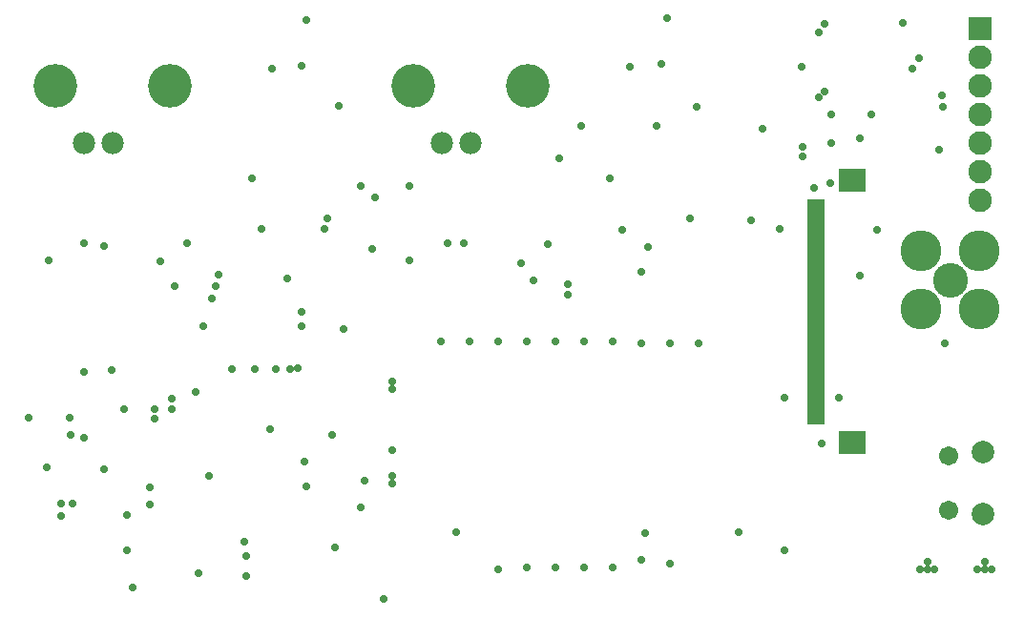
<source format=gbr>
G04 EAGLE Gerber RS-274X export*
G75*
%MOMM*%
%FSLAX34Y34*%
%LPD*%
%INSoldermask Bottom*%
%IPPOS*%
%AMOC8*
5,1,8,0,0,1.08239X$1,22.5*%
G01*
G04 Define Apertures*
%ADD10C,1.985200*%
%ADD11C,3.860800*%
%ADD12R,1.503200X0.503200*%
%ADD13R,2.403200X2.003200*%
%ADD14C,2.003200*%
%ADD15C,1.703200*%
%ADD16R,2.093200X2.093200*%
%ADD17C,2.093200*%
%ADD18C,3.083200*%
%ADD19C,3.623200*%
%ADD20C,0.705600*%
D10*
X88900Y876300D03*
X63500Y876300D03*
D11*
X139700Y927100D03*
X38100Y927100D03*
D10*
X406400Y876300D03*
X381000Y876300D03*
D11*
X457200Y927100D03*
X355600Y927100D03*
D12*
X712410Y823940D03*
X712410Y818940D03*
X712410Y813940D03*
X712410Y808940D03*
X712410Y803940D03*
X712410Y798940D03*
X712410Y793940D03*
X712410Y788940D03*
X712410Y783940D03*
X712410Y778940D03*
X712410Y773940D03*
X712410Y768940D03*
X712410Y763940D03*
X712410Y758940D03*
X712410Y753940D03*
X712410Y748940D03*
X712410Y743940D03*
X712410Y738940D03*
X712410Y733940D03*
X712410Y728940D03*
X712410Y723940D03*
X712410Y718940D03*
X712410Y713940D03*
X712410Y708940D03*
X712410Y703940D03*
X712410Y698940D03*
X712410Y693940D03*
X712410Y688940D03*
X712410Y683940D03*
X712410Y678940D03*
X712410Y673940D03*
X712410Y668940D03*
X712410Y663940D03*
X712410Y658940D03*
X712410Y653940D03*
X712410Y648940D03*
X712410Y643940D03*
X712410Y638940D03*
X712410Y633940D03*
X712410Y628940D03*
D13*
X744910Y842940D03*
X744910Y609940D03*
D14*
X861080Y601630D03*
X861080Y547130D03*
D15*
X830780Y598630D03*
X830780Y550130D03*
D16*
X858520Y977900D03*
D17*
X858520Y952500D03*
X858520Y927100D03*
X858520Y901700D03*
X858520Y876300D03*
X858520Y850900D03*
X858520Y825500D03*
D18*
X831850Y754380D03*
D19*
X857600Y780130D03*
X806100Y780130D03*
X806100Y728630D03*
X857600Y728630D03*
D20*
X80895Y586926D03*
X351790Y838200D03*
X308610Y838200D03*
X504190Y891540D03*
X571500Y891540D03*
X207010Y491490D03*
X207010Y509270D03*
X51054Y617220D03*
X279400Y808990D03*
X321310Y828040D03*
X81280Y784860D03*
X130810Y770890D03*
X182880Y759460D03*
X485140Y862330D03*
X665480Y889000D03*
X318770Y782094D03*
X715010Y974090D03*
X700866Y872664D03*
X180340Y749300D03*
X492760Y750570D03*
X125730Y640080D03*
X312420Y576580D03*
X140970Y640080D03*
X715010Y916940D03*
X720090Y981710D03*
X701266Y864293D03*
X492760Y741680D03*
X177107Y738563D03*
X125730Y631190D03*
X308610Y552450D03*
X720316Y922166D03*
X256540Y944880D03*
X260350Y985520D03*
X400050Y787400D03*
X450850Y769620D03*
X575310Y946150D03*
X580390Y987016D03*
X600710Y808990D03*
X655320Y807720D03*
X751840Y880110D03*
X557530Y762000D03*
X608330Y698500D03*
X582930Y698500D03*
X532130Y699770D03*
X506730Y699770D03*
X481330Y699770D03*
X455930Y699770D03*
X405130Y699770D03*
X379730Y699770D03*
X455980Y499110D03*
X506780Y499110D03*
X532180Y499110D03*
X762000Y901700D03*
X582930Y502694D03*
X283210Y617220D03*
X256540Y713740D03*
X643890Y530860D03*
X561340Y529590D03*
X393700Y530860D03*
X328930Y471170D03*
X106680Y481330D03*
X63500Y614680D03*
X229870Y942340D03*
X289560Y909320D03*
X276860Y800100D03*
X31750Y772160D03*
X143510Y749300D03*
X547370Y943610D03*
X607060Y908050D03*
X351790Y772160D03*
X699770Y943610D03*
X789940Y982980D03*
X726031Y901700D03*
X710874Y836720D03*
X462280Y754606D03*
X563935Y783761D03*
X243840Y755650D03*
X168910Y713740D03*
X194310Y675640D03*
X214630Y675640D03*
X233680Y675640D03*
X99060Y640080D03*
X87630Y674370D03*
X63500Y673100D03*
X50800Y632460D03*
X162560Y655320D03*
X293370Y711200D03*
X228600Y622300D03*
X259080Y593090D03*
X53340Y556260D03*
X811530Y497840D03*
X817880Y497840D03*
X805180Y497840D03*
X811530Y504190D03*
X205740Y521970D03*
X165100Y494030D03*
X253307Y676217D03*
X430530Y497840D03*
X430530Y699770D03*
X557530Y698500D03*
X826770Y698500D03*
X173990Y580390D03*
X821533Y869950D03*
X101826Y514350D03*
X684530Y650240D03*
X751840Y758190D03*
X725170Y840740D03*
X285859Y516999D03*
X557530Y506194D03*
X684702Y515084D03*
X121920Y570230D03*
X121920Y554990D03*
X862330Y497840D03*
X855980Y497840D03*
X868680Y497840D03*
X862330Y504190D03*
X798447Y942340D03*
X803910Y951230D03*
X824230Y918436D03*
X336550Y664210D03*
X767080Y798830D03*
X717550Y609600D03*
X336550Y657860D03*
X336550Y580390D03*
X336550Y574040D03*
X336550Y603250D03*
X260350Y571500D03*
X246380Y675640D03*
X825500Y908276D03*
X726440Y876300D03*
X680720Y800100D03*
X256540Y726440D03*
X140970Y648970D03*
X30480Y588010D03*
X43180Y544830D03*
X212090Y844550D03*
X220980Y800100D03*
X63500Y787400D03*
X154940Y787400D03*
X529590Y844550D03*
X541020Y798830D03*
X474980Y786130D03*
X386080Y787400D03*
X13970Y632460D03*
X43180Y556486D03*
X101374Y546100D03*
X732790Y650240D03*
X481380Y499110D03*
M02*

</source>
